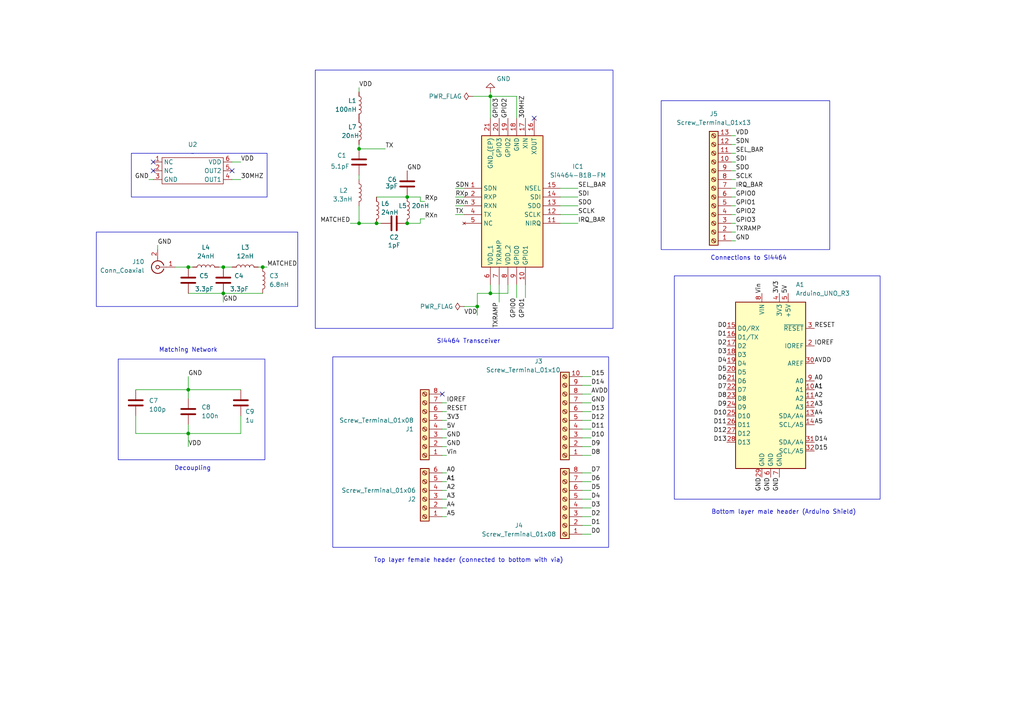
<source format=kicad_sch>
(kicad_sch (version 20231120) (generator "eeschema") (generator_version "8.0")
  (paper "A4")
  (title_block (title "Universal Wireless Programmer"))
  (lib_symbols
    (symbol "Connector:Conn_Coaxial" (pin_names (offset 1.016) hide)
      (property "Reference" "J" (at 0.254 3.048 0))
      (property "Value" "Conn_Coaxial" (at 2.921 0 90))
      (symbol "Conn_Coaxial_0_1"
        (arc (start -1.778 -0.508) (mid 0.2311 -1.8066) (end 1.778 0) (stroke (width 0.254)))
        (polyline (pts (xy -2.54 0) (xy -0.508 0)))
        (polyline (pts (xy 0 -2.54) (xy 0 -1.778)))
        (circle (center 0 0) (radius 0.508) (stroke (width 0.2032)))
        (arc (start 1.778 0) (mid 0.2099 1.8101) (end -1.778 0.508) (stroke (width 0.254)))
      )
      (symbol "Conn_Coaxial_1_1"
        (pin passive line (at -5.08 0 0) (length 2.54) (name "In") (number "1"))
        (pin passive line (at 0 -5.08 90) (length 2.54) (name "Ext") (number "2"))
      )
    )
    (symbol "Connector:Screw_Terminal_01x06" (pin_names (offset 1.016) hide)
      (property "Reference" "J" (at 0 7.62 0))
      (property "Value" "Screw_Terminal_01x06" (at 0 -10.16 0))
      (symbol "Screw_Terminal_01x06_1_1"
        (rectangle (start -1.27 6.35) (end 1.27 -8.89) (stroke (width 0.254)) (fill (type background)))
        (circle (center 0 -7.62) (radius 0.635) (stroke (width 0.1524)))
        (circle (center 0 -5.08) (radius 0.635) (stroke (width 0.1524)))
        (circle (center 0 -2.54) (radius 0.635) (stroke (width 0.1524)))
        (polyline (pts (xy -0.5334 -7.2898) (xy 0.3302 -8.128)) (stroke (width 0.1524)))
        (polyline (pts (xy -0.5334 -4.7498) (xy 0.3302 -5.588)) (stroke (width 0.1524)))
        (polyline (pts (xy -0.5334 -2.2098) (xy 0.3302 -3.048)) (stroke (width 0.1524)))
        (polyline (pts (xy -0.5334 0.3302) (xy 0.3302 -0.508)) (stroke (width 0.1524)))
        (polyline (pts (xy -0.5334 2.8702) (xy 0.3302 2.032)) (stroke (width 0.1524)))
        (polyline (pts (xy -0.5334 5.4102) (xy 0.3302 4.572)) (stroke (width 0.1524)))
        (polyline (pts (xy -0.3556 -7.112) (xy 0.508 -7.9502)) (stroke (width 0.1524)))
        (polyline (pts (xy -0.3556 -4.572) (xy 0.508 -5.4102)) (stroke (width 0.1524)))
        (polyline (pts (xy -0.3556 -2.032) (xy 0.508 -2.8702)) (stroke (width 0.1524)))
        (polyline (pts (xy -0.3556 0.508) (xy 0.508 -0.3302)) (stroke (width 0.1524)))
        (polyline (pts (xy -0.3556 3.048) (xy 0.508 2.2098)) (stroke (width 0.1524)))
        (polyline (pts (xy -0.3556 5.588) (xy 0.508 4.7498)) (stroke (width 0.1524)))
        (circle (center 0 0) (radius 0.635) (stroke (width 0.1524)))
        (circle (center 0 2.54) (radius 0.635) (stroke (width 0.1524)))
        (circle (center 0 5.08) (radius 0.635) (stroke (width 0.1524)))
        (pin passive line (at -5.08 5.08 0) (length 3.81) (name "Pin_1") (number "1"))
        (pin passive line (at -5.08 2.54 0) (length 3.81) (name "Pin_2") (number "2"))
        (pin passive line (at -5.08 0 0) (length 3.81) (name "Pin_3") (number "3"))
        (pin passive line (at -5.08 -2.54 0) (length 3.81) (name "Pin_4") (number "4"))
        (pin passive line (at -5.08 -5.08 0) (length 3.81) (name "Pin_5") (number "5"))
        (pin passive line (at -5.08 -7.62 0) (length 3.81) (name "Pin_6") (number "6"))
      )
    )
    (symbol "Connector:Screw_Terminal_01x08" (pin_names (offset 1.016) hide)
      (property "Reference" "J" (at 0 10.16 0))
      (property "Value" "Screw_Terminal_01x08" (at 0 -12.7 0))
      (symbol "Screw_Terminal_01x08_1_1"
        (rectangle (start -1.27 8.89) (end 1.27 -11.43) (stroke (width 0.254)) (fill (type background)))
        (circle (center 0 -10.16) (radius 0.635) (stroke (width 0.1524)))
        (circle (center 0 -7.62) (radius 0.635) (stroke (width 0.1524)))
        (circle (center 0 -5.08) (radius 0.635) (stroke (width 0.1524)))
        (circle (center 0 -2.54) (radius 0.635) (stroke (width 0.1524)))
        (polyline (pts (xy -0.5334 -9.8298) (xy 0.3302 -10.668)) (stroke (width 0.1524)))
        (polyline (pts (xy -0.5334 -7.2898) (xy 0.3302 -8.128)) (stroke (width 0.1524)))
        (polyline (pts (xy -0.5334 -4.7498) (xy 0.3302 -5.588)) (stroke (width 0.1524)))
        (polyline (pts (xy -0.5334 -2.2098) (xy 0.3302 -3.048)) (stroke (width 0.1524)))
        (polyline (pts (xy -0.5334 0.3302) (xy 0.3302 -0.508)) (stroke (width 0.1524)))
        (polyline (pts (xy -0.5334 2.8702) (xy 0.3302 2.032)) (stroke (width 0.1524)))
        (polyline (pts (xy -0.5334 5.4102) (xy 0.3302 4.572)) (stroke (width 0.1524)))
        (polyline (pts (xy -0.5334 7.9502) (xy 0.3302 7.112)) (stroke (width 0.1524)))
        (polyline (pts (xy -0.3556 -9.652) (xy 0.508 -10.4902)) (stroke (width 0.1524)))
        (polyline (pts (xy -0.3556 -7.112) (xy 0.508 -7.9502)) (stroke (width 0.1524)))
        (polyline (pts (xy -0.3556 -4.572) (xy 0.508 -5.4102)) (stroke (width 0.1524)))
        (polyline (pts (xy -0.3556 -2.032) (xy 0.508 -2.8702)) (stroke (width 0.1524)))
        (polyline (pts (xy -0.3556 0.508) (xy 0.508 -0.3302)) (stroke (width 0.1524)))
        (polyline (pts (xy -0.3556 3.048) (xy 0.508 2.2098)) (stroke (width 0.1524)))
        (polyline (pts (xy -0.3556 5.588) (xy 0.508 4.7498)) (stroke (width 0.1524)))
        (polyline (pts (xy -0.3556 8.128) (xy 0.508 7.2898)) (stroke (width 0.1524)))
        (circle (center 0 0) (radius 0.635) (stroke (width 0.1524)))
        (circle (center 0 2.54) (radius 0.635) (stroke (width 0.1524)))
        (circle (center 0 5.08) (radius 0.635) (stroke (width 0.1524)))
        (circle (center 0 7.62) (radius 0.635) (stroke (width 0.1524)))
        (pin passive line (at -5.08 7.62 0) (length 3.81) (name "Pin_1") (number "1"))
        (pin passive line (at -5.08 5.08 0) (length 3.81) (name "Pin_2") (number "2"))
        (pin passive line (at -5.08 2.54 0) (length 3.81) (name "Pin_3") (number "3"))
        (pin passive line (at -5.08 0 0) (length 3.81) (name "Pin_4") (number "4"))
        (pin passive line (at -5.08 -2.54 0) (length 3.81) (name "Pin_5") (number "5"))
        (pin passive line (at -5.08 -5.08 0) (length 3.81) (name "Pin_6") (number "6"))
        (pin passive line (at -5.08 -7.62 0) (length 3.81) (name "Pin_7") (number "7"))
        (pin passive line (at -5.08 -10.16 0) (length 3.81) (name "Pin_8") (number "8"))
      )
    )
    (symbol "Connector:Screw_Terminal_01x10" (pin_names (offset 1.016) hide)
      (property "Reference" "J" (at 0 12.7 0))
      (property "Value" "Screw_Terminal_01x10" (at 0 -15.24 0))
      (symbol "Screw_Terminal_01x10_1_1"
        (rectangle (start -1.27 11.43) (end 1.27 -13.97) (stroke (width 0.254)) (fill (type background)))
        (circle (center 0 -12.7) (radius 0.635) (stroke (width 0.1524)))
        (circle (center 0 -10.16) (radius 0.635) (stroke (width 0.1524)))
        (circle (center 0 -7.62) (radius 0.635) (stroke (width 0.1524)))
        (circle (center 0 -5.08) (radius 0.635) (stroke (width 0.1524)))
        (circle (center 0 -2.54) (radius 0.635) (stroke (width 0.1524)))
        (polyline (pts (xy -0.5334 -12.3698) (xy 0.3302 -13.208)) (stroke (width 0.1524)))
        (polyline (pts (xy -0.5334 -9.8298) (xy 0.3302 -10.668)) (stroke (width 0.1524)))
        (polyline (pts (xy -0.5334 -7.2898) (xy 0.3302 -8.128)) (stroke (width 0.1524)))
        (polyline (pts (xy -0.5334 -4.7498) (xy 0.3302 -5.588)) (stroke (width 0.1524)))
        (polyline (pts (xy -0.5334 -2.2098) (xy 0.3302 -3.048)) (stroke (width 0.1524)))
        (polyline (pts (xy -0.5334 0.3302) (xy 0.3302 -0.508)) (stroke (width 0.1524)))
        (polyline (pts (xy -0.5334 2.8702) (xy 0.3302 2.032)) (stroke (width 0.1524)))
        (polyline (pts (xy -0.5334 5.4102) (xy 0.3302 4.572)) (stroke (width 0.1524)))
        (polyline (pts (xy -0.5334 7.9502) (xy 0.3302 7.112)) (stroke (width 0.1524)))
        (polyline (pts (xy -0.5334 10.4902) (xy 0.3302 9.652)) (stroke (width 0.1524)))
        (polyline (pts (xy -0.3556 -12.192) (xy 0.508 -13.0302)) (stroke (width 0.1524)))
        (polyline (pts (xy -0.3556 -9.652) (xy 0.508 -10.4902)) (stroke (width 0.1524)))
        (polyline (pts (xy -0.3556 -7.112) (xy 0.508 -7.9502)) (stroke (width 0.1524)))
        (polyline (pts (xy -0.3556 -4.572) (xy 0.508 -5.4102)) (stroke (width 0.1524)))
        (polyline (pts (xy -0.3556 -2.032) (xy 0.508 -2.8702)) (stroke (width 0.1524)))
        (polyline (pts (xy -0.3556 0.508) (xy 0.508 -0.3302)) (stroke (width 0.1524)))
        (polyline (pts (xy -0.3556 3.048) (xy 0.508 2.2098)) (stroke (width 0.1524)))
        (polyline (pts (xy -0.3556 5.588) (xy 0.508 4.7498)) (stroke (width 0.1524)))
        (polyline (pts (xy -0.3556 8.128) (xy 0.508 7.2898)) (stroke (width 0.1524)))
        (polyline (pts (xy -0.3556 10.668) (xy 0.508 9.8298)) (stroke (width 0.1524)))
        (circle (center 0 0) (radius 0.635) (stroke (width 0.1524)))
        (circle (center 0 2.54) (radius 0.635) (stroke (width 0.1524)))
        (circle (center 0 5.08) (radius 0.635) (stroke (width 0.1524)))
        (circle (center 0 7.62) (radius 0.635) (stroke (width 0.1524)))
        (circle (center 0 10.16) (radius 0.635) (stroke (width 0.1524)))
        (pin passive line (at -5.08 10.16 0) (length 3.81) (name "Pin_1") (number "1"))
        (pin passive line (at -5.08 -12.7 0) (length 3.81) (name "Pin_10") (number "10"))
        (pin passive line (at -5.08 7.62 0) (length 3.81) (name "Pin_2") (number "2"))
        (pin passive line (at -5.08 5.08 0) (length 3.81) (name "Pin_3") (number "3"))
        (pin passive line (at -5.08 2.54 0) (length 3.81) (name "Pin_4") (number "4"))
        (pin passive line (at -5.08 0 0) (length 3.81) (name "Pin_5") (number "5"))
        (pin passive line (at -5.08 -2.54 0) (length 3.81) (name "Pin_6") (number "6"))
        (pin passive line (at -5.08 -5.08 0) (length 3.81) (name "Pin_7") (number "7"))
        (pin passive line (at -5.08 -7.62 0) (length 3.81) (name "Pin_8") (number "8"))
        (pin passive line (at -5.08 -10.16 0) (length 3.81) (name "Pin_9") (number "9"))
      )
    )
    (symbol "Connector:Screw_Terminal_01x13" (pin_names (offset 1.016) hide)
      (property "Reference" "J" (at 0 17.78 0))
      (property "Value" "Screw_Terminal_01x13" (at 0 -17.78 0))
      (symbol "Screw_Terminal_01x13_1_1"
        (rectangle (start -1.27 16.51) (end 1.27 -16.51) (stroke (width 0.254)) (fill (type background)))
        (circle (center 0 -15.24) (radius 0.635) (stroke (width 0.1524)))
        (circle (center 0 -12.7) (radius 0.635) (stroke (width 0.1524)))
        (circle (center 0 -10.16) (radius 0.635) (stroke (width 0.1524)))
        (circle (center 0 -7.62) (radius 0.635) (stroke (width 0.1524)))
        (circle (center 0 -5.08) (radius 0.635) (stroke (width 0.1524)))
        (circle (center 0 -2.54) (radius 0.635) (stroke (width 0.1524)))
        (polyline (pts (xy -0.5334 -14.9098) (xy 0.3302 -15.748)) (stroke (width 0.1524)))
        (polyline (pts (xy -0.5334 -12.3698) (xy 0.3302 -13.208)) (stroke (width 0.1524)))
        (polyline (pts (xy -0.5334 -9.8298) (xy 0.3302 -10.668)) (stroke (width 0.1524)))
        (polyline (pts (xy -0.5334 -7.2898) (xy 0.3302 -8.128)) (stroke (width 0.1524)))
        (polyline (pts (xy -0.5334 -4.7498) (xy 0.3302 -5.588)) (stroke (width 0.1524)))
        (polyline (pts (xy -0.5334 -2.2098) (xy 0.3302 -3.048)) (stroke (width 0.1524)))
        (polyline (pts (xy -0.5334 0.3302) (xy 0.3302 -0.508)) (stroke (width 0.1524)))
        (polyline (pts (xy -0.5334 2.8702) (xy 0.3302 2.032)) (stroke (width 0.1524)))
        (polyline (pts (xy -0.5334 5.4102) (xy 0.3302 4.572)) (stroke (width 0.1524)))
        (polyline (pts (xy -0.5334 7.9502) (xy 0.3302 7.112)) (stroke (width 0.1524)))
        (polyline (pts (xy -0.5334 10.4902) (xy 0.3302 9.652)) (stroke (width 0.1524)))
        (polyline (pts (xy -0.5334 13.0302) (xy 0.3302 12.192)) (stroke (width 0.1524)))
        (polyline (pts (xy -0.5334 15.5702) (xy 0.3302 14.732)) (stroke (width 0.1524)))
        (polyline (pts (xy -0.3556 -14.732) (xy 0.508 -15.5702)) (stroke (width 0.1524)))
        (polyline (pts (xy -0.3556 -12.192) (xy 0.508 -13.0302)) (stroke (width 0.1524)))
        (polyline (pts (xy -0.3556 -9.652) (xy 0.508 -10.4902)) (stroke (width 0.1524)))
        (polyline (pts (xy -0.3556 -7.112) (xy 0.508 -7.9502)) (stroke (width 0.1524)))
        (polyline (pts (xy -0.3556 -4.572) (xy 0.508 -5.4102)) (stroke (width 0.1524)))
        (polyline (pts (xy -0.3556 -2.032) (xy 0.508 -2.8702)) (stroke (width 0.1524)))
        (polyline (pts (xy -0.3556 0.508) (xy 0.508 -0.3302)) (stroke (width 0.1524)))
        (polyline (pts (xy -0.3556 3.048) (xy 0.508 2.2098)) (stroke (width 0.1524)))
        (polyline (pts (xy -0.3556 5.588) (xy 0.508 4.7498)) (stroke (width 0.1524)))
        (polyline (pts (xy -0.3556 8.128) (xy 0.508 7.2898)) (stroke (width 0.1524)))
        (polyline (pts (xy -0.3556 10.668) (xy 0.508 9.8298)) (stroke (width 0.1524)))
        (polyline (pts (xy -0.3556 13.208) (xy 0.508 12.3698)) (stroke (width 0.1524)))
        (polyline (pts (xy -0.3556 15.748) (xy 0.508 14.9098)) (stroke (width 0.1524)))
        (circle (center 0 0) (radius 0.635) (stroke (width 0.1524)))
        (circle (center 0 2.54) (radius 0.635) (stroke (width 0.1524)))
        (circle (center 0 5.08) (radius 0.635) (stroke (width 0.1524)))
        (circle (center 0 7.62) (radius 0.635) (stroke (width 0.1524)))
        (circle (center 0 10.16) (radius 0.635) (stroke (width 0.1524)))
        (circle (center 0 12.7) (radius 0.635) (stroke (width 0.1524)))
        (circle (center 0 15.24) (radius 0.635) (stroke (width 0.1524)))
        (pin passive line (at -5.08 15.24 0) (length 3.81) (name "Pin_1") (number "1"))
        (pin passive line (at -5.08 -7.62 0) (length 3.81) (name "Pin_10") (number "10"))
        (pin passive line (at -5.08 -10.16 0) (length 3.81) (name "Pin_11") (number "11"))
        (pin passive line (at -5.08 -12.7 0) (length 3.81) (name "Pin_12") (number "12"))
        (pin passive line (at -5.08 -15.24 0) (length 3.81) (name "Pin_13") (number "13"))
        (pin passive line (at -5.08 12.7 0) (length 3.81) (name "Pin_2") (number "2"))
        (pin passive line (at -5.08 10.16 0) (length 3.81) (name "Pin_3") (number "3"))
        (pin passive line (at -5.08 7.62 0) (length 3.81) (name "Pin_4") (number "4"))
        (pin passive line (at -5.08 5.08 0) (length 3.81) (name "Pin_5") (number "5"))
        (pin passive line (at -5.08 2.54 0) (length 3.81) (name "Pin_6") (number "6"))
        (pin passive line (at -5.08 0 0) (length 3.81) (name "Pin_7") (number "7"))
        (pin passive line (at -5.08 -2.54 0) (length 3.81) (name "Pin_8") (number "8"))
        (pin passive line (at -5.08 -5.08 0) (length 3.81) (name "Pin_9") (number "9"))
      )
    )
    (symbol "Device:C" (pin_numbers hide) (pin_names (offset 0.254))
      (property "Reference" "C" (at 0.635 2.54 0))
      (property "Value" "C" (at 0.635 -2.54 0))
      (symbol "C_0_1"
        (polyline (pts (xy -2.032 -0.762) (xy 2.032 -0.762)) (stroke (width 0.508)))
        (polyline (pts (xy -2.032 0.762) (xy 2.032 0.762)) (stroke (width 0.508)))
      )
      (symbol "C_1_1"
        (pin passive line (at 0 3.81 270) (length 2.794) (name "~") (number "1"))
        (pin passive line (at 0 -3.81 90) (length 2.794) (name "~") (number "2"))
      )
    )
    (symbol "Device:L" (pin_numbers hide) (pin_names (offset 1.016) hide)
      (property "Reference" "L" (at -1.27 0 90))
      (property "Value" "L" (at 1.905 0 90))
      (symbol "L_0_1"
        (arc (start 0 -2.54) (mid 0.6323 -1.905) (end 0 -1.27))
        (arc (start 0 -1.27) (mid 0.6323 -0.635) (end 0 0))
        (arc (start 0 0) (mid 0.6323 0.635) (end 0 1.27))
        (arc (start 0 1.27) (mid 0.6323 1.905) (end 0 2.54))
      )
      (symbol "L_1_1"
        (pin passive line (at 0 3.81 270) (length 1.27) (name "1") (number "1"))
        (pin passive line (at 0 -3.81 90) (length 1.27) (name "2") (number "2"))
      )
    )
    (symbol "MCU_Module:Arduino_UNO_R3"
      (property "Reference" "A" (at -10.16 23.495 0))
      (property "Value" "Arduino_UNO_R3" (at 5.08 -26.67 0))
      (symbol "Arduino_UNO_R3_0_1"
        (rectangle (start -10.16 22.86) (end 10.16 -25.4) (stroke (width 0.254)) (fill (type background)))
      )
      (symbol "Arduino_UNO_R3_1_1"
        (pin no_connect line (at -10.16 -20.32 0) (length 2.54) hide (name "NC") (number "1"))
        (pin bidirectional line (at 12.7 -2.54 180) (length 2.54) (name "A1") (number "10"))
        (pin bidirectional line (at 12.7 -5.08 180) (length 2.54) (name "A2") (number "11"))
        (pin bidirectional line (at 12.7 -7.62 180) (length 2.54) (name "A3") (number "12"))
        (pin bidirectional line (at 12.7 -10.16 180) (length 2.54) (name "SDA/A4") (number "13"))
        (pin bidirectional line (at 12.7 -12.7 180) (length 2.54) (name "SCL/A5") (number "14"))
        (pin bidirectional line (at -12.7 15.24 0) (length 2.54) (name "D0/RX") (number "15"))
        (pin bidirectional line (at -12.7 12.7 0) (length 2.54) (name "D1/TX") (number "16"))
        (pin bidirectional line (at -12.7 10.16 0) (length 2.54) (name "D2") (number "17"))
        (pin bidirectional line (at -12.7 7.62 0) (length 2.54) (name "D3") (number "18"))
        (pin bidirectional line (at -12.7 5.08 0) (length 2.54) (name "D4") (number "19"))
        (pin output line (at 12.7 10.16 180) (length 2.54) (name "IOREF") (number "2"))
        (pin bidirectional line (at -12.7 2.54 0) (length 2.54) (name "D5") (number "20"))
        (pin bidirectional line (at -12.7 0 0) (length 2.54) (name "D6") (number "21"))
        (pin bidirectional line (at -12.7 -2.54 0) (length 2.54) (name "D7") (number "22"))
        (pin bidirectional line (at -12.7 -5.08 0) (length 2.54) (name "D8") (number "23"))
        (pin bidirectional line (at -12.7 -7.62 0) (length 2.54) (name "D9") (number "24"))
        (pin bidirectional line (at -12.7 -10.16 0) (length 2.54) (name "D10") (number "25"))
        (pin bidirectional line (at -12.7 -12.7 0) (length 2.54) (name "D11") (number "26"))
        (pin bidirectional line (at -12.7 -15.24 0) (length 2.54) (name "D12") (number "27"))
        (pin bidirectional line (at -12.7 -17.78 0) (length 2.54) (name "D13") (number "28"))
        (pin power_in line (at -2.54 -27.94 90) (length 2.54) (name "GND") (number "29"))
        (pin input line (at 12.7 15.24 180) (length 2.54) (name "~{RESET}") (number "3"))
        (pin input line (at 12.7 5.08 180) (length 2.54) (name "AREF") (number "30"))
        (pin bidirectional line (at 12.7 -17.78 180) (length 2.54) (name "SDA/A4") (number "31"))
        (pin bidirectional line (at 12.7 -20.32 180) (length 2.54) (name "SCL/A5") (number "32"))
        (pin power_out line (at 2.54 25.4 270) (length 2.54) (name "3V3") (number "4"))
        (pin power_out line (at 5.08 25.4 270) (length 2.54) (name "+5V") (number "5"))
        (pin power_in line (at 0 -27.94 90) (length 2.54) (name "GND") (number "6"))
        (pin power_in line (at 2.54 -27.94 90) (length 2.54) (name "GND") (number "7"))
        (pin power_in line (at -2.54 25.4 270) (length 2.54) (name "VIN") (number "8"))
        (pin bidirectional line (at 12.7 0 180) (length 2.54) (name "A0") (number "9"))
      )
    )
    (symbol "SI4464:Si4464-B1B-FM"
      (property "Reference" "IC" (at 24.13 20.32 0))
      (property "Value" "Si4464-B1B-FM" (at 24.13 17.78 0))
      (symbol "Si4464-B1B-FM_1_1"
        (rectangle (start 5.08 15.24) (end 22.86 -22.86) (stroke (width 0.254)) (fill (type background)))
        (pin passive line (at 0 0 0) (length 5.08) (name "SDN") (number "1"))
        (pin bidirectional line (at 17.78 -27.94 90) (length 5.08) (name "GPIO1") (number "10"))
        (pin passive line (at 27.94 -10.16 180) (length 5.08) (name "NIRQ") (number "11"))
        (pin input line (at 27.94 -7.62 180) (length 5.08) (name "SCLK") (number "12"))
        (pin passive line (at 27.94 -5.08 180) (length 5.08) (name "SDO") (number "13"))
        (pin passive line (at 27.94 -2.54 180) (length 5.08) (name "SDI") (number "14"))
        (pin passive line (at 27.94 0 180) (length 5.08) (name "NSEL") (number "15"))
        (pin output line (at 20.32 20.32 270) (length 5.08) (name "XOUT") (number "16"))
        (pin input line (at 17.78 20.32 270) (length 5.08) (name "XIN") (number "17"))
        (pin power_in line (at 15.24 20.32 270) (length 5.08) (name "GND") (number "18"))
        (pin bidirectional line (at 12.7 20.32 270) (length 5.08) (name "GPIO2") (number "19"))
        (pin passive line (at 0 -2.54 0) (length 5.08) (name "RXP") (number "2"))
        (pin bidirectional line (at 10.16 20.32 270) (length 5.08) (name "GPIO3") (number "20"))
        (pin power_in line (at 7.62 20.32 270) (length 5.08) (name "GND_(EP)") (number "21"))
        (pin passive line (at 0 -5.08 0) (length 5.08) (name "RXN") (number "3"))
        (pin passive line (at 0 -7.62 0) (length 5.08) (name "TX") (number "4"))
        (pin no_connect line (at 0 -10.16 0) (length 5.08) (name "NC") (number "5"))
        (pin power_in line (at 7.62 -27.94 90) (length 5.08) (name "VDD_1") (number "6"))
        (pin passive line (at 10.16 -27.94 90) (length 5.08) (name "TXRAMP") (number "7"))
        (pin power_in line (at 12.7 -27.94 90) (length 5.08) (name "VDD_2") (number "8"))
        (pin bidirectional line (at 15.24 -27.94 90) (length 5.08) (name "GPIO0") (number "9"))
      )
    )
    (symbol "XLH536030_1"
      (property "Reference" "U" (at 0 0 0))
      (symbol "XLH536030_1_0_1"
        (rectangle (start -8.89 -1.27) (end 8.89 -8.89))
      )
      (symbol "XLH536030_1_1_1"
        (pin input line (at -11.43 -2.54 0) (length 2.54) (name "NC") (number "1"))
        (pin input line (at -11.43 -5.08 0) (length 2.54) (name "NC") (number "2"))
        (pin power_in line (at -11.43 -7.62 0) (length 2.54) (name "GND") (number "3"))
        (pin output line (at 11.43 -7.62 180) (length 2.54) (name "OUT1") (number "4"))
        (pin output line (at 11.43 -5.08 180) (length 2.54) (name "OUT2") (number "5"))
        (pin power_in line (at 11.43 -2.54 180) (length 2.54) (name "VDD") (number "6"))
      )
    )
    (symbol "power:GND" (power) (pin_numbers hide) (pin_names (offset 0) hide)
      (property "Value" "GND" (at 0 -3.81 0))
      (symbol "GND_0_1"
        (polyline (pts (xy 0 0) (xy 0 -1.27) (xy 1.27 -1.27) (xy 0 -2.54) (xy -1.27 -1.27) (xy 0 -1.27)))
      )
      (symbol "GND_1_1"
        (pin power_in line (at 0 0 270) (length 0) (name "~") (number "1"))
      )
    )
    (symbol "power:PWR_FLAG" (power) (pin_numbers hide) (pin_names (offset 0) hide)
      (property "Value" "PWR_FLAG" (at 0 3.81 0))
      (symbol "PWR_FLAG_0_0"
        (pin power_out line (at 0 0 90) (length 0) (name "~") (number "1"))
      )
      (symbol "PWR_FLAG_0_1"
        (polyline (pts (xy 0 0) (xy 0 1.27) (xy -1.016 1.905) (xy 0 2.54) (xy 1.016 1.905) (xy 0 1.27)))
      )
    )
  )
  (junction (at 118.11 64.77))
  (junction (at 142.24 27.94))
  (junction (at 118.11 57.15))
  (junction (at 104.14 43.18))
  (junction (at 142.24 85.09))
  (junction (at 54.61 113.03))
  (junction (at 64.77 85.09))
  (junction (at 104.14 64.77))
  (junction (at 54.61 77.47))
  (junction (at 138.43 88.9))
  (junction (at 64.77 77.47))
  (junction (at 54.61 125.73))
  (junction (at 109.22 64.77))
  (junction (at 76.2 77.47))
  (no_connect (at 128.27 114.3))
  (no_connect (at 154.94 34.29))
  (no_connect (at 67.31 49.53))
  (no_connect (at 44.45 49.53))
  (no_connect (at 44.45 46.99))
  (wire (pts (xy 123.19 63.5) (xy 121.92 63.5)))
  (wire (pts (xy 104.14 25.4) (xy 104.14 26.67)))
  (wire (pts (xy 213.36 44.45) (xy 212.09 44.45)))
  (wire (pts (xy 213.36 67.31) (xy 212.09 67.31)))
  (wire (pts (xy 132.08 62.23) (xy 134.62 62.23)))
  (wire (pts (xy 39.37 120.65) (xy 39.37 125.73)))
  (wire (pts (xy 171.45 147.32) (xy 168.91 147.32)))
  (wire (pts (xy 76.2 77.47) (xy 77.47 77.47)))
  (wire (pts (xy 171.45 124.46) (xy 168.91 124.46)))
  (wire (pts (xy 129.54 149.86) (xy 128.27 149.86)))
  (wire (pts (xy 129.54 139.7) (xy 128.27 139.7)))
  (wire (pts (xy 162.56 59.69) (xy 167.64 59.69)))
  (wire (pts (xy 138.43 91.44) (xy 138.43 88.9)))
  (wire (pts (xy 171.45 119.38) (xy 168.91 119.38)))
  (wire (pts (xy 171.45 137.16) (xy 168.91 137.16)))
  (wire (pts (xy 132.08 54.61) (xy 134.62 54.61)))
  (wire (pts (xy 134.62 88.9) (xy 138.43 88.9)))
  (wire (pts (xy 109.22 64.77) (xy 104.14 64.77)))
  (wire (pts (xy 213.36 52.07) (xy 212.09 52.07)))
  (wire (pts (xy 39.37 113.03) (xy 54.61 113.03)))
  (wire (pts (xy 129.54 124.46) (xy 128.27 124.46)))
  (wire (pts (xy 54.61 125.73) (xy 69.85 125.73)))
  (wire (pts (xy 121.92 63.5) (xy 121.92 64.77)))
  (wire (pts (xy 54.61 85.09) (xy 64.77 85.09)))
  (wire (pts (xy 162.56 64.77) (xy 167.64 64.77)))
  (wire (pts (xy 121.92 57.15) (xy 118.11 57.15)))
  (wire (pts (xy 63.5 77.47) (xy 64.77 77.47)))
  (wire (pts (xy 142.24 85.09) (xy 147.32 85.09)))
  (wire (pts (xy 137.16 27.94) (xy 142.24 27.94)))
  (wire (pts (xy 213.36 59.69) (xy 212.09 59.69)))
  (wire (pts (xy 149.86 34.29) (xy 149.86 27.94)))
  (wire (pts (xy 213.36 62.23) (xy 212.09 62.23)))
  (wire (pts (xy 69.85 46.99) (xy 67.31 46.99)))
  (wire (pts (xy 129.54 132.08) (xy 128.27 132.08)))
  (wire (pts (xy 142.24 82.55) (xy 142.24 85.09)))
  (wire (pts (xy 64.77 87.63) (xy 64.77 85.09)))
  (wire (pts (xy 54.61 113.03) (xy 69.85 113.03)))
  (wire (pts (xy 54.61 125.73) (xy 54.61 129.54)))
  (wire (pts (xy 39.37 125.73) (xy 54.61 125.73)))
  (wire (pts (xy 213.36 69.85) (xy 212.09 69.85)))
  (wire (pts (xy 213.36 64.77) (xy 212.09 64.77)))
  (wire (pts (xy 54.61 123.19) (xy 54.61 125.73)))
  (wire (pts (xy 129.54 142.24) (xy 128.27 142.24)))
  (wire (pts (xy 162.56 57.15) (xy 167.64 57.15)))
  (wire (pts (xy 138.43 85.09) (xy 138.43 88.9)))
  (wire (pts (xy 104.14 52.07) (xy 104.14 50.8)))
  (wire (pts (xy 171.45 114.3) (xy 168.91 114.3)))
  (wire (pts (xy 132.08 59.69) (xy 134.62 59.69)))
  (wire (pts (xy 69.85 120.65) (xy 69.85 125.73)))
  (wire (pts (xy 171.45 152.4) (xy 168.91 152.4)))
  (wire (pts (xy 132.08 57.15) (xy 134.62 57.15)))
  (wire (pts (xy 104.14 59.69) (xy 104.14 64.77)))
  (wire (pts (xy 171.45 111.76) (xy 168.91 111.76)))
  (wire (pts (xy 104.14 43.18) (xy 111.76 43.18)))
  (wire (pts (xy 171.45 144.78) (xy 168.91 144.78)))
  (wire (pts (xy 121.92 58.42) (xy 123.19 58.42)))
  (wire (pts (xy 171.45 149.86) (xy 168.91 149.86)))
  (wire (pts (xy 74.93 77.47) (xy 76.2 77.47)))
  (wire (pts (xy 129.54 129.54) (xy 128.27 129.54)))
  (wire (pts (xy 144.78 87.63) (xy 144.78 82.55)))
  (wire (pts (xy 45.72 71.12) (xy 45.72 72.39)))
  (wire (pts (xy 129.54 144.78) (xy 128.27 144.78)))
  (wire (pts (xy 162.56 62.23) (xy 167.64 62.23)))
  (wire (pts (xy 104.14 64.77) (xy 101.6 64.77)))
  (wire (pts (xy 109.22 57.15) (xy 118.11 57.15)))
  (wire (pts (xy 171.45 132.08) (xy 168.91 132.08)))
  (wire (pts (xy 171.45 116.84) (xy 168.91 116.84)))
  (wire (pts (xy 138.43 85.09) (xy 142.24 85.09)))
  (wire (pts (xy 129.54 116.84) (xy 128.27 116.84)))
  (wire (pts (xy 171.45 142.24) (xy 168.91 142.24)))
  (wire (pts (xy 55.88 77.47) (xy 54.61 77.47)))
  (wire (pts (xy 171.45 127) (xy 168.91 127)))
  (wire (pts (xy 64.77 77.47) (xy 67.31 77.47)))
  (wire (pts (xy 129.54 119.38) (xy 128.27 119.38)))
  (wire (pts (xy 171.45 154.94) (xy 168.91 154.94)))
  (wire (pts (xy 213.36 54.61) (xy 212.09 54.61)))
  (wire (pts (xy 171.45 139.7) (xy 168.91 139.7)))
  (wire (pts (xy 104.14 41.91) (xy 104.14 43.18)))
  (wire (pts (xy 69.85 52.07) (xy 67.31 52.07)))
  (wire (pts (xy 129.54 121.92) (xy 128.27 121.92)))
  (wire (pts (xy 129.54 137.16) (xy 128.27 137.16)))
  (wire (pts (xy 142.24 27.94) (xy 149.86 27.94)))
  (wire (pts (xy 121.92 64.77) (xy 118.11 64.77)))
  (wire (pts (xy 162.56 54.61) (xy 167.64 54.61)))
  (wire (pts (xy 213.36 41.91) (xy 212.09 41.91)))
  (wire (pts (xy 142.24 27.94) (xy 142.24 34.29)))
  (wire (pts (xy 213.36 46.99) (xy 212.09 46.99)))
  (wire (pts (xy 129.54 127) (xy 128.27 127)))
  (wire (pts (xy 43.18 52.07) (xy 44.45 52.07)))
  (wire (pts (xy 213.36 49.53) (xy 212.09 49.53)))
  (wire (pts (xy 109.22 64.77) (xy 110.49 64.77)))
  (wire (pts (xy 213.36 57.15) (xy 212.09 57.15)))
  (wire (pts (xy 171.45 129.54) (xy 168.91 129.54)))
  (wire (pts (xy 129.54 147.32) (xy 128.27 147.32)))
  (wire (pts (xy 54.61 113.03) (xy 54.61 115.57)))
  (wire (pts (xy 149.86 86.36) (xy 149.86 82.55)))
  (wire (pts (xy 142.24 27.94) (xy 142.24 26.67)))
  (wire (pts (xy 171.45 109.22) (xy 168.91 109.22)))
  (wire (pts (xy 54.61 109.22) (xy 54.61 113.03)))
  (wire (pts (xy 50.8 77.47) (xy 54.61 77.47)))
  (wire (pts (xy 64.77 85.09) (xy 76.2 85.09)))
  (wire (pts (xy 121.92 58.42) (xy 121.92 57.15)))
  (wire (pts (xy 147.32 82.55) (xy 147.32 85.09)))
  (wire (pts (xy 213.36 39.37) (xy 212.09 39.37)))
  (wire (pts (xy 152.4 86.36) (xy 152.4 82.55)))
  (wire (pts (xy 171.45 121.92) (xy 168.91 121.92)))
  (rectangle (start 191.77 29.21) (end 240.665 72.39))
  (rectangle (start 195.58 80.01) (end 255.27 144.78))
  (rectangle (start 91.44 20.32) (end 177.8 95.25))
  (rectangle (start 38.1 44.45) (end 77.47 57.15))
  (rectangle (start 34.29 104.14) (end 76.835 133.35))
  (rectangle (start 96.52 103.505) (end 176.53 158.75))
  (rectangle (start 27.94 67.31) (end 86.36 88.9))
  (text "Connections to SI4464" (at 217.17 74.93 0) (effects (font (size 1.27 1.27))))
  (text "Decoupling" (at 55.88 135.89 0) (effects (font (size 1.27 1.27))))
  (text "Top layer female header (connected to bottom with via)" (at 135.89 162.56 0) (effects (font (size 1.27 1.27))))
  (text "Bottom layer male header (Arduino Shield)" (at 227.33 148.59 0) (effects (font (size 1.27 1.27))))
  (text "SI4464 Transceiver" (at 135.89 99.06 0) (effects (font (size 1.27 1.27))))
  (text "Matching Network" (at 54.61 101.6 0) (effects (font (size 1.27 1.27))))
  (label "D3" (at 171.45 147.32 0))
  (label "RESET" (at 236.22 95.25 0))
  (label "D2" (at 171.45 149.86 0))
  (label "GND" (at 43.18 52.07 180))
  (label "VDD" (at 69.85 46.99 0))
  (label "GPIO1" (at 213.36 59.69 0))
  (label "D1" (at 210.82 97.79 180))
  (label "VDD" (at 54.61 129.54 0))
  (label "D7" (at 210.82 113.03 180))
  (label "RXp" (at 123.19 58.42 0))
  (label "GPIO0" (at 213.36 57.15 0))
  (label "SDN" (at 132.08 54.61 0))
  (label "30MHZ" (at 69.85 52.07 0))
  (label "GND" (at 129.54 129.54 0))
  (label "5V" (at 129.54 124.46 0))
  (label "A3" (at 236.22 118.11 0))
  (label "IRQ_BAR" (at 213.36 54.61 0))
  (label "TX" (at 132.08 62.23 0))
  (label "D14" (at 171.45 111.76 0))
  (label "SDN" (at 213.36 41.91 0))
  (label "D13" (at 171.45 119.38 0))
  (label "D7" (at 171.45 137.16 0))
  (label "A5" (at 129.54 149.86 0))
  (label "SDO" (at 167.64 59.69 0))
  (label "AVDD" (at 171.45 114.3 0))
  (label "RXp" (at 132.08 57.15 0))
  (label "A1" (at 236.22 113.03 0))
  (label "3V3" (at 129.54 121.92 0))
  (label "RXn" (at 123.19 63.5 0))
  (label "D4" (at 210.82 105.41 180))
  (label "SCLK" (at 167.64 62.23 0))
  (label "D5" (at 171.45 142.24 0))
  (label "GPIO0" (at 149.86 86.36 270))
  (label "GPIO3" (at 213.36 64.77 0))
  (label "D9" (at 210.82 118.11 180))
  (label "GND" (at 213.36 69.85 0))
  (label "A4" (at 236.22 120.65 0))
  (label "IOREF" (at 129.54 116.84 0))
  (label "A2" (at 129.54 142.24 0))
  (label "GPIO1" (at 152.4 86.36 270))
  (label "D1" (at 171.45 152.4 0))
  (label "GND" (at 64.77 87.63 0))
  (label "D2" (at 210.82 100.33 180))
  (label "SCLK" (at 213.36 52.07 0))
  (label "A5" (at 236.22 123.19 0))
  (label "RESET" (at 129.54 119.38 0))
  (label "D9" (at 171.45 129.54 0))
  (label "D12" (at 210.82 125.73 180))
  (label "TXRAMP" (at 213.36 67.31 0))
  (label "TX" (at 111.76 43.18 0))
  (label "Vin" (at 220.98 85.09 90))
  (label "D11" (at 210.82 123.19 180))
  (label "SEL_BAR" (at 213.36 44.45 0))
  (label "GND" (at 129.54 127 0))
  (label "IOREF" (at 236.22 100.33 0))
  (label "D12" (at 171.45 121.92 0))
  (label "A1" (at 236.22 113.03 0))
  (label "3V3" (at 226.06 85.09 90))
  (label "GND" (at 220.98 138.43 270))
  (label "30MHZ" (at 152.4 34.29 90))
  (label "D8" (at 210.82 115.57 180))
  (label "SEL_BAR" (at 167.64 54.61 0))
  (label "D0" (at 210.82 95.25 180))
  (label "VDD" (at 138.43 91.44 180))
  (label "MATCHED" (at 77.47 77.47 0))
  (label "GND" (at 226.06 138.43 270))
  (label "AVDD" (at 236.22 105.41 0))
  (label "SDI" (at 213.36 46.99 0))
  (label "A4" (at 129.54 147.32 0))
  (label "GPIO2" (at 213.36 62.23 0))
  (label "A2" (at 236.22 115.57 0))
  (label "GND" (at 45.72 71.12 0))
  (label "SDO" (at 213.36 49.53 0))
  (label "GPIO3" (at 144.78 34.29 90))
  (label "A3" (at 129.54 144.78 0))
  (label "RXn" (at 132.08 59.69 0))
  (label "VDD" (at 104.14 25.4 0))
  (label "VDD" (at 213.36 39.37 0))
  (label "D15" (at 236.22 130.81 0))
  (label "D4" (at 171.45 144.78 0))
  (label "D10" (at 171.45 127 0))
  (label "A1" (at 129.54 139.7 0))
  (label "A1" (at 129.54 139.7 0))
  (label "Vin" (at 129.54 132.08 0))
  (label "D3" (at 210.82 102.87 180))
  (label "D15" (at 171.45 109.22 0))
  (label "D5" (at 210.82 107.95 180))
  (label "IRQ_BAR" (at 167.64 64.77 0))
  (label "GND" (at 171.45 116.84 0))
  (label "D11" (at 171.45 124.46 0))
  (label "A0" (at 129.54 137.16 0))
  (label "TXRAMP" (at 144.78 87.63 270))
  (label "D13" (at 210.82 128.27 180))
  (label "D14" (at 236.22 128.27 0))
  (label "D6" (at 171.45 139.7 0))
  (label "GND" (at 223.52 138.43 270))
  (label "D10" (at 210.82 120.65 180))
  (label "MATCHED" (at 101.6 64.77 180))
  (label "A0" (at 236.22 110.49 0))
  (label "GND" (at 118.11 49.53 0))
  (label "GPIO2" (at 147.32 34.29 90))
  (label "SDI" (at 167.64 57.15 0))
  (label "5V" (at 228.6 85.09 90))
  (label "GND" (at 54.61 109.22 0))
  (label "D8" (at 171.45 132.08 0))
  (label "D6" (at 210.82 110.49 180))
  (label "D0" (at 171.45 154.94 0))
  (symbol (lib_id "power:GND") (at 142.24 26.67 180) (unit 1)
    (property "Reference" "#PWR02" (effects (hide yes)))
    (property "Value" "GND" (at 146.05 22.86 0))
    (property "Description" "Power symbol creates a global label with name \"GND\" , ground" (effects (hide yes)))
  )
  (symbol (lib_id "Device:C") (at 64.77 81.28 0) (unit 1)
    (property "Reference" "C4" (at 67.945 80.0099 0) (effects (justify left)))
    (property "Value" "3.3pF" (at 66.675 83.82 0) (effects (justify left)))
    (property "Footprint" "Capacitor_SMD:C_0402_1005Metric_Pad0.74x0.62mm_HandSolder" (effects (hide yes)))
    (property "Description" "Unpolarized capacitor" (effects (hide yes)))
  )
  (symbol (lib_id "Device:L") (at 109.22 60.96 0) (unit 1)
    (property "Reference" "L6" (at 110.49 59.055 0) (effects (justify left)))
    (property "Value" "24nH" (at 110.49 61.595 0) (effects (justify left)))
    (property "Footprint" "Inductor_SMD:L_0603_1608Metric_Pad1.05x0.95mm_HandSolder" (effects (hide yes)))
    (property "Description" "Inductor" (effects (hide yes)))
  )
  (symbol (lib_id "Device:L") (at 104.14 30.48 0) (unit 1)
    (property "Reference" "L1" (at 100.965 29.21 0) (effects (justify left)))
    (property "Value" "100nH" (at 97.155 31.75 0) (effects (justify left)))
    (property "Footprint" "Inductor_SMD:L_0603_1608Metric_Pad1.05x0.95mm_HandSolder" (effects (hide yes)))
    (property "Description" "Inductor" (effects (hide yes)))
  )
  (symbol (lib_id "SI4464:Si4464-B1B-FM") (at 134.62 54.61 0) (unit 1)
    (property "Reference" "IC1" (at 167.64 48.2914 0))
    (property "Value" "Si4464-B1B-FM" (at 167.64 50.8314 0))
    (property "Footprint" "Transistor_Power_Module:QFN50P400X400X90-21N" (effects (hide yes)))
    (property "Datasheet" "https://www.silabs.com/Support%20Documents/TechnicalDocs/Si4464-63-61-60.pdf" (effects (hide yes)))
    (property "Description" "Si4464-B1B-FM, RF Transceiver 119 ??960MHz, 4GFSK, GFSK, GMSK, OOK, Triple Band 1.8 ??3.6 V 20-Pin QFN%0%0 %0" (effects (hide yes)))
    (property "Height" "0.9" (effects (hide yes)))
    (property "Mouser Part Number" "634-SI4464-B1X-FM" (effects (hide yes)))
    (property "Mouser Price/Stock" "https://www.mouser.co.uk/ProductDetail/Silicon-Labs/SI4464-B1B-FM?qs=N6LLV8I65%252BdRdk0VCaAv9A%3D%3D" (effects (hide yes)))
    (property "Manufacturer_Name" "Silicon Labs" (effects (hide yes)))
    (property "Manufacturer_Part_Number" "Si4464-B1B-FM" (effects (hide yes)))
  )
  (symbol (lib_id "Device:C") (at 69.85 116.84 0) (unit 1)
    (property "Reference" "C9" (at 71.12 119.38 0) (effects (justify left)))
    (property "Value" "1u" (at 71.12 121.92 0) (effects (justify left)))
    (property "Footprint" "Capacitor_SMD:C_0402_1005Metric_Pad0.74x0.62mm_HandSolder" (effects (hide yes)))
    (property "Description" "Unpolarized capacitor" (effects (hide yes)))
  )
  (symbol (lib_id "Connector:Conn_Coaxial") (at 45.72 77.47 180) (unit 1)
    (property "Reference" "J10" (at 41.91 75.9067 0) (effects (justify left)))
    (property "Value" "Conn_Coaxial" (at 41.91 78.4467 0) (effects (justify left)))
    (property "Footprint" "Connector_Coaxial:SMA_Amphenol_132289_EdgeMount" (effects (hide yes)))
    (property "Description" "coaxial connector (BNC, SMA, SMB, SMC, Cinch/RCA, LEMO, ...)" (effects (hide yes)))
  )
  (symbol (lib_id "Device:C") (at 39.37 116.84 0) (unit 1)
    (property "Reference" "C7" (at 43.18 116.205 0) (effects (justify left)))
    (property "Value" "100p" (at 43.18 118.745 0) (effects (justify left)))
    (property "Footprint" "Capacitor_SMD:C_0402_1005Metric_Pad0.74x0.62mm_HandSolder" (effects (hide yes)))
    (property "Description" "Unpolarized capacitor" (effects (hide yes)))
  )
  (symbol (lib_id "Device:L") (at 59.69 77.47 90) (unit 1)
    (property "Reference" "L4" (at 59.69 71.755 90))
    (property "Value" "24nH" (at 59.69 74.295 90))
    (property "Footprint" "Inductor_SMD:L_0603_1608Metric_Pad1.05x0.95mm_HandSolder" (effects (hide yes)))
    (property "Description" "Inductor" (effects (hide yes)))
  )
  (symbol (lib_id "Connector:Screw_Terminal_01x10") (at 163.83 121.92 180) (unit 1)
    (property "Reference" "J3" (at 156.21 104.775 0))
    (property "Value" "Screw_Terminal_01x10" (at 151.765 107.315 0))
    (property "Footprint" "Connector_PinSocket_2.54mm:PinSocket_1x10_P2.54mm_Vertical" (effects (hide yes)))
    (property "Description" "Generic screw terminal, single row, 01x10, script generated (kicad-library-utils/schlib/autogen/connector/)" (effects (hide yes)))
  )
  (symbol (lib_id "Device:C") (at 54.61 81.28 0) (unit 1)
    (property "Reference" "C5" (at 57.785 80.0099 0) (effects (justify left)))
    (property "Value" "3.3pF" (at 56.515 83.82 0) (effects (justify left)))
    (property "Footprint" "Capacitor_SMD:C_0402_1005Metric_Pad0.74x0.62mm_HandSolder" (effects (hide yes)))
    (property "Description" "Unpolarized capacitor" (effects (hide yes)))
  )
  (symbol (lib_id "Connector:Screw_Terminal_01x06") (at 123.19 144.78 180) (unit 1)
    (property "Reference" "J2" (at 120.65 144.7801 0) (effects (justify left)))
    (property "Value" "Screw_Terminal_01x06" (at 120.65 142.2401 0) (effects (justify left)))
    (property "Footprint" "Connector_PinSocket_2.54mm:PinSocket_1x06_P2.54mm_Vertical" (effects (hide yes)))
    (property "Description" "Generic screw terminal, single row, 01x06, script generated (kicad-library-utils/schlib/autogen/connector/)" (effects (hide yes)))
  )
  (symbol (lib_id "Device:C") (at 104.14 46.99 0) (unit 1)
    (property "Reference" "C1" (at 97.79 45.085 0) (effects (justify left)))
    (property "Value" "5.1pF" (at 95.885 48.26 0) (effects (justify left)))
    (property "Footprint" "Capacitor_SMD:C_0603_1608Metric_Pad1.08x0.95mm_HandSolder" (effects (hide yes)))
    (property "Description" "Unpolarized capacitor" (effects (hide yes)))
  )
  (symbol (lib_name "XLH536030_1") (lib_id "CrystalXO:XLH536030") (at 55.88 44.45 0) (unit 1)
    (property "Reference" "U2" (at 55.88 41.91 0))
    (property "Value" "~" (at 55.88 44.45 0))
    (property "Footprint" "Oscillator:Oscillator_SMD_IDT_JS6-6_5.0x3.2mm_P1.27mm" (effects (hide yes)))
  )
  (symbol (lib_id "Device:C") (at 114.3 64.77 90) (unit 1)
    (property "Reference" "C2" (at 114.3 68.834 90))
    (property "Value" "1pF" (at 114.3 71.12 90))
    (property "Footprint" "Capacitor_SMD:C_0603_1608Metric_Pad1.08x0.95mm_HandSolder" (effects (hide yes)))
    (property "Description" "Unpolarized capacitor" (effects (hide yes)))
  )
  (symbol (lib_id "Device:C") (at 54.61 119.38 0) (unit 1)
    (property "Reference" "C8" (at 58.42 118.1099 0) (effects (justify left)))
    (property "Value" "100n" (at 58.42 120.6499 0) (effects (justify left)))
    (property "Footprint" "Capacitor_SMD:C_0603_1608Metric_Pad1.08x0.95mm_HandSolder" (effects (hide yes)))
    (property "Description" "Unpolarized capacitor" (effects (hide yes)))
  )
  (symbol (lib_id "MCU_Module:Arduino_UNO_R3") (at 223.52 110.49 0) (unit 1)
    (property "Reference" "A1" (at 230.7941 82.55 0) (effects (justify left)))
    (property "Value" "Arduino_UNO_R3" (at 230.7941 85.09 0) (effects (justify left)))
    (property "Footprint" "Module:Arduino_UNO_R3" (effects (hide yes)))
    (property "Datasheet" "https://www.arduino.cc/en/Main/arduinoBoardUno" (effects (hide yes)))
    (property "Description" "Arduino UNO Microcontroller Module, release 3" (effects (hide yes)))
  )
  (symbol (lib_id "Connector:Screw_Terminal_01x08") (at 163.83 147.32 180) (unit 1)
    (property "Reference" "J4" (at 150.495 152.4 0))
    (property "Value" "Screw_Terminal_01x08" (at 150.495 154.94 0))
    (property "Footprint" "Connector_PinSocket_2.54mm:PinSocket_1x08_P2.54mm_Vertical" (effects (hide yes)))
    (property "Description" "Generic screw terminal, single row, 01x08, script generated (kicad-library-utils/schlib/autogen/connector/)" (effects (hide yes)))
  )
  (symbol (lib_id "power:PWR_FLAG") (at 137.16 27.94 90) (unit 1)
    (property "Reference" "#FLG03" (effects (hide yes)))
    (property "Value" "PWR_FLAG" (at 133.985 27.9399 90) (effects (justify left)))
    (property "Description" "Special symbol for telling ERC where power comes from" (effects (hide yes)))
  )
  (symbol (lib_id "Device:L") (at 118.11 60.96 0) (unit 1)
    (property "Reference" "L5" (at 115.57 59.69 0) (effects (justify left)))
    (property "Value" "20nH" (at 119.38 59.69 0) (effects (justify left)))
    (property "Footprint" "Inductor_SMD:L_0603_1608Metric_Pad1.05x0.95mm_HandSolder" (effects (hide yes)))
    (property "Description" "Inductor" (effects (hide yes)))
  )
  (symbol (lib_id "Connector:Screw_Terminal_01x08") (at 123.19 124.46 180) (unit 1)
    (property "Reference" "J1" (at 120.015 124.4601 0) (effects (justify left)))
    (property "Value" "Screw_Terminal_01x08" (at 120.015 121.9201 0) (effects (justify left)))
    (property "Footprint" "Connector_PinSocket_2.54mm:PinSocket_1x08_P2.54mm_Vertical" (effects (hide yes)))
    (property "Description" "Generic screw terminal, single row, 01x08, script generated (kicad-library-utils/schlib/autogen/connector/)" (effects (hide yes)))
  )
  (symbol (lib_id "Device:L") (at 104.14 38.1 0) (unit 1)
    (property "Reference" "L7" (at 100.965 36.83 0) (effects (justify left)))
    (property "Value" "20nH" (at 99.06 39.37 0) (effects (justify left)))
    (property "Footprint" "Inductor_SMD:L_0603_1608Metric_Pad1.05x0.95mm_HandSolder" (effects (hide yes)))
    (property "Description" "Inductor" (effects (hide yes)))
  )
  (symbol (lib_id "Device:L") (at 104.14 55.88 0) (unit 1)
    (property "Reference" "L2" (at 98.425 55.245 0) (effects (justify left)))
    (property "Value" "3.3nH" (at 96.52 57.785 0) (effects (justify left)))
    (property "Footprint" "Inductor_SMD:L_0603_1608Metric_Pad1.05x0.95mm_HandSolder" (effects (hide yes)))
    (property "Description" "Inductor" (effects (hide yes)))
  )
  (symbol (lib_id "Device:L") (at 71.12 77.47 90) (unit 1)
    (property "Reference" "L3" (at 71.12 71.755 90))
    (property "Value" "12nH" (at 71.12 74.295 90))
    (property "Footprint" "Inductor_SMD:L_0603_1608Metric_Pad1.05x0.95mm_HandSolder" (effects (hide yes)))
    (property "Description" "Inductor" (effects (hide yes)))
  )
  (symbol (lib_id "Connector:Screw_Terminal_01x13") (at 207.01 54.61 180) (unit 1)
    (property "Reference" "J5" (at 207.01 33.02 0))
    (property "Value" "Screw_Terminal_01x13" (at 207.01 35.56 0))
    (property "Footprint" "Connector_PinSocket_2.54mm:PinSocket_1x13_P2.54mm_Vertical" (effects (hide yes)))
    (property "Description" "Generic screw terminal, single row, 01x13, script generated (kicad-library-utils/schlib/autogen/connector/)" (effects (hide yes)))
  )
  (symbol (lib_id "Device:C") (at 118.11 53.34 0) (unit 1)
    (property "Reference" "C6" (at 112.395 52.07 0) (effects (justify left)))
    (property "Value" "3pF" (at 111.76 53.975 0) (effects (justify left)))
    (property "Footprint" "Capacitor_SMD:C_0603_1608Metric_Pad1.08x0.95mm_HandSolder" (effects (hide yes)))
    (property "Description" "Unpolarized capacitor" (effects (hide yes)))
  )
  (symbol (lib_id "power:PWR_FLAG") (at 134.62 88.9 90) (unit 1)
    (property "Reference" "#FLG04" (effects (hide yes)))
    (property "Value" "PWR_FLAG" (at 131.445 88.9001 90) (effects (justify left)))
    (property "Description" "Special symbol for telling ERC where power comes from" (effects (hide yes)))
  )
  (symbol (lib_id "Device:L") (at 76.2 81.28 0) (unit 1)
    (property "Reference" "C3" (at 78.105 80.0099 0) (effects (justify left)))
    (property "Value" "6.8nH" (at 78.105 82.5499 0) (effects (justify left)))
    (property "Footprint" "Inductor_SMD:L_0603_1608Metric_Pad1.05x0.95mm_HandSolder" (effects (hide yes)))
    (property "Description" "Inductor" (effects (hide yes)))
  )
)
</source>
